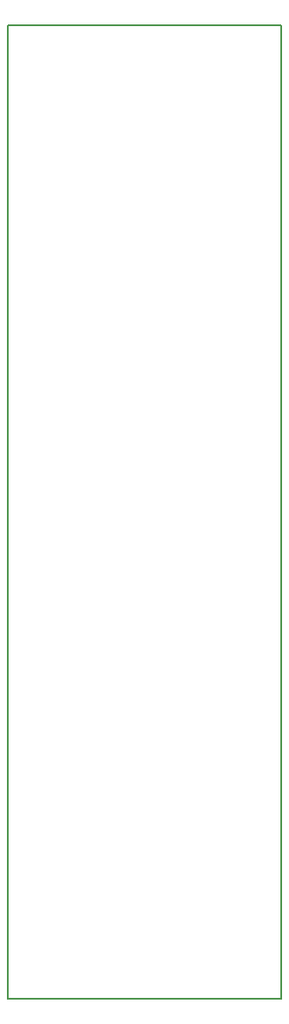
<source format=gm1>
G04 #@! TF.GenerationSoftware,KiCad,Pcbnew,(6.0.5)*
G04 #@! TF.CreationDate,2022-08-23T14:59:47-04:00*
G04 #@! TF.ProjectId,genesis-umd,67656e65-7369-4732-9d75-6d642e6b6963,2.2*
G04 #@! TF.SameCoordinates,Original*
G04 #@! TF.FileFunction,Profile,NP*
%FSLAX46Y46*%
G04 Gerber Fmt 4.6, Leading zero omitted, Abs format (unit mm)*
G04 Created by KiCad (PCBNEW (6.0.5)) date 2022-08-23 14:59:47*
%MOMM*%
%LPD*%
G01*
G04 APERTURE LIST*
G04 #@! TA.AperFunction,Profile*
%ADD10C,0.200000*%
G04 #@! TD*
G04 APERTURE END LIST*
D10*
X156845000Y-55880000D02*
X156845000Y-150495000D01*
X130175000Y-150495000D02*
X130175000Y-55880000D01*
X156845000Y-150495000D02*
X130175000Y-150495000D01*
X156845000Y-55880000D02*
X130175000Y-55880000D01*
M02*

</source>
